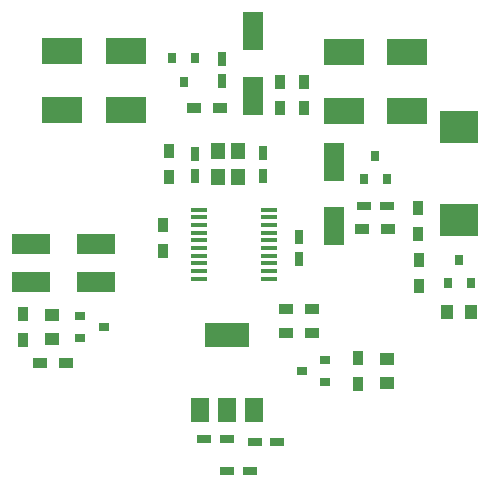
<source format=gbr>
From 2fd3a80211050e457b4cfb6457bc751d31f674cb Mon Sep 17 00:00:00 2001
From: jaseg <git@jaseg.net>
Date: Tue, 27 Nov 2018 10:49:46 +0900
Subject: Fix AO3400 pinout

---
 center/gerber/center-F.Paste.gbr | 253 +++++++++++++++++++++++++++++++++++++++
 1 file changed, 253 insertions(+)
 create mode 100644 center/gerber/center-F.Paste.gbr

(limited to 'center/gerber/center-F.Paste.gbr')

diff --git a/center/gerber/center-F.Paste.gbr b/center/gerber/center-F.Paste.gbr
new file mode 100644
index 0000000..79b8744
--- /dev/null
+++ b/center/gerber/center-F.Paste.gbr
@@ -0,0 +1,253 @@
+G04 #@! TF.GenerationSoftware,KiCad,Pcbnew,(5.0.1)*
+G04 #@! TF.CreationDate,2018-11-27T10:01:39+09:00*
+G04 #@! TF.ProjectId,center,63656E7465722E6B696361645F706362,rev?*
+G04 #@! TF.SameCoordinates,Original*
+G04 #@! TF.FileFunction,Paste,Top*
+G04 #@! TF.FilePolarity,Positive*
+%FSLAX46Y46*%
+G04 Gerber Fmt 4.6, Leading zero omitted, Abs format (unit mm)*
+G04 Created by KiCad (PCBNEW (5.0.1)) date Tue Nov 27 10:01:39 2018*
+%MOMM*%
+%LPD*%
+G01*
+G04 APERTURE LIST*
+%ADD10R,0.800000X0.900000*%
+%ADD11R,1.200000X0.750000*%
+%ADD12R,0.750000X1.200000*%
+%ADD13R,1.250000X1.000000*%
+%ADD14R,1.000000X1.250000*%
+%ADD15R,3.500000X2.300000*%
+%ADD16R,0.900000X1.200000*%
+%ADD17R,1.200000X0.900000*%
+%ADD18R,1.200000X1.400000*%
+%ADD19R,0.900000X0.800000*%
+%ADD20R,3.800000X2.000000*%
+%ADD21R,1.500000X2.000000*%
+%ADD22R,1.450000X0.450000*%
+%ADD23R,1.700000X3.300000*%
+%ADD24R,3.300000X1.700000*%
+%ADD25R,3.200000X2.700000*%
+G04 APERTURE END LIST*
+D10*
+G04 #@! TO.C,Q3*
+X118150000Y-103300000D03*
+X120050000Y-103300000D03*
+X119100000Y-101300000D03*
+G04 #@! TD*
+D11*
+G04 #@! TO.C,C2*
+X101350000Y-119200000D03*
+X99450000Y-119200000D03*
+G04 #@! TD*
+G04 #@! TO.C,C3*
+X101800000Y-116750000D03*
+X103700000Y-116750000D03*
+G04 #@! TD*
+G04 #@! TO.C,C5*
+X97500000Y-116500000D03*
+X99400000Y-116500000D03*
+G04 #@! TD*
+D12*
+G04 #@! TO.C,C6*
+X105500000Y-101250000D03*
+X105500000Y-99350000D03*
+G04 #@! TD*
+D11*
+G04 #@! TO.C,C7*
+X111050000Y-96750000D03*
+X112950000Y-96750000D03*
+G04 #@! TD*
+D12*
+G04 #@! TO.C,C8*
+X99000000Y-86200000D03*
+X99000000Y-84300000D03*
+G04 #@! TD*
+G04 #@! TO.C,C9*
+X102500000Y-92300000D03*
+X102500000Y-94200000D03*
+G04 #@! TD*
+G04 #@! TO.C,C10*
+X96750000Y-94250000D03*
+X96750000Y-92350000D03*
+G04 #@! TD*
+D13*
+G04 #@! TO.C,C11*
+X84600000Y-108000000D03*
+X84600000Y-106000000D03*
+G04 #@! TD*
+D14*
+G04 #@! TO.C,C12*
+X118100000Y-105750000D03*
+X120100000Y-105750000D03*
+G04 #@! TD*
+D13*
+G04 #@! TO.C,C13*
+X113000000Y-109750000D03*
+X113000000Y-111750000D03*
+G04 #@! TD*
+D15*
+G04 #@! TO.C,D1*
+X114700000Y-83750000D03*
+X109300000Y-83750000D03*
+G04 #@! TD*
+G04 #@! TO.C,D2*
+X85478544Y-83662480D03*
+X90878544Y-83662480D03*
+G04 #@! TD*
+G04 #@! TO.C,D3*
+X109300000Y-88750000D03*
+X114700000Y-88750000D03*
+G04 #@! TD*
+G04 #@! TO.C,D4*
+X90878544Y-88662480D03*
+X85478544Y-88662480D03*
+G04 #@! TD*
+D16*
+G04 #@! TO.C,R1*
+X105950000Y-88500000D03*
+X105950000Y-86300000D03*
+G04 #@! TD*
+D17*
+G04 #@! TO.C,R2*
+X106600000Y-107500000D03*
+X104400000Y-107500000D03*
+G04 #@! TD*
+D16*
+G04 #@! TO.C,R3*
+X103950000Y-88500000D03*
+X103950000Y-86300000D03*
+G04 #@! TD*
+D17*
+G04 #@! TO.C,R4*
+X106600000Y-105500000D03*
+X104400000Y-105500000D03*
+G04 #@! TD*
+D16*
+G04 #@! TO.C,R5*
+X94000000Y-98400000D03*
+X94000000Y-100600000D03*
+G04 #@! TD*
+D17*
+G04 #@! TO.C,R6*
+X96650000Y-88500000D03*
+X98850000Y-88500000D03*
+G04 #@! TD*
+D16*
+G04 #@! TO.C,R7*
+X115600000Y-96900000D03*
+X115600000Y-99100000D03*
+G04 #@! TD*
+G04 #@! TO.C,R8*
+X94500000Y-92150000D03*
+X94500000Y-94350000D03*
+G04 #@! TD*
+D17*
+G04 #@! TO.C,R9*
+X113100000Y-98750000D03*
+X110900000Y-98750000D03*
+G04 #@! TD*
+D16*
+G04 #@! TO.C,R11*
+X115700000Y-101300000D03*
+X115700000Y-103500000D03*
+G04 #@! TD*
+G04 #@! TO.C,R12*
+X110500000Y-109650000D03*
+X110500000Y-111850000D03*
+G04 #@! TD*
+D17*
+G04 #@! TO.C,R13*
+X83600000Y-110100000D03*
+X85800000Y-110100000D03*
+G04 #@! TD*
+D16*
+G04 #@! TO.C,R14*
+X82200000Y-105900000D03*
+X82200000Y-108100000D03*
+G04 #@! TD*
+D18*
+G04 #@! TO.C,Y1*
+X100350000Y-94350000D03*
+X100350000Y-92150000D03*
+X98650000Y-92150000D03*
+X98650000Y-94350000D03*
+G04 #@! TD*
+D10*
+G04 #@! TO.C,Q1*
+X96700000Y-84250000D03*
+X94800000Y-84250000D03*
+X95750000Y-86250000D03*
+G04 #@! TD*
+G04 #@! TO.C,Q2*
+X112000000Y-92500000D03*
+X112950000Y-94500000D03*
+X111050000Y-94500000D03*
+G04 #@! TD*
+D19*
+G04 #@! TO.C,Q4*
+X105750000Y-110750000D03*
+X107750000Y-109800000D03*
+X107750000Y-111700000D03*
+G04 #@! TD*
+G04 #@! TO.C,Q5*
+X87000000Y-106050000D03*
+X87000000Y-107950000D03*
+X89000000Y-107000000D03*
+G04 #@! TD*
+D20*
+G04 #@! TO.C,U1*
+X99450000Y-107700000D03*
+D21*
+X99450000Y-114000000D03*
+X101750000Y-114000000D03*
+X97150000Y-114000000D03*
+G04 #@! TD*
+D22*
+G04 #@! TO.C,U2*
+X97050000Y-97075000D03*
+X97050000Y-97725000D03*
+X97050000Y-98375000D03*
+X97050000Y-99025000D03*
+X97050000Y-99675000D03*
+X97050000Y-100325000D03*
+X97050000Y-100975000D03*
+X97050000Y-101625000D03*
+X97050000Y-102275000D03*
+X97050000Y-102925000D03*
+X102950000Y-102925000D03*
+X102950000Y-102275000D03*
+X102950000Y-101625000D03*
+X102950000Y-100975000D03*
+X102950000Y-100325000D03*
+X102950000Y-99675000D03*
+X102950000Y-99025000D03*
+X102950000Y-98375000D03*
+X102950000Y-97725000D03*
+X102950000Y-97075000D03*
+G04 #@! TD*
+D23*
+G04 #@! TO.C,D5*
+X101600000Y-87450000D03*
+X101600000Y-81950000D03*
+G04 #@! TD*
+D24*
+G04 #@! TO.C,D6*
+X82850000Y-100000000D03*
+X88350000Y-100000000D03*
+G04 #@! TD*
+D23*
+G04 #@! TO.C,D7*
+X108500000Y-93000000D03*
+X108500000Y-98500000D03*
+G04 #@! TD*
+D24*
+G04 #@! TO.C,D8*
+X88350000Y-103200000D03*
+X82850000Y-103200000D03*
+G04 #@! TD*
+D25*
+G04 #@! TO.C,R10*
+X119100000Y-90050000D03*
+X119100000Y-97950000D03*
+G04 #@! TD*
+M02*
-- 
cgit 


</source>
